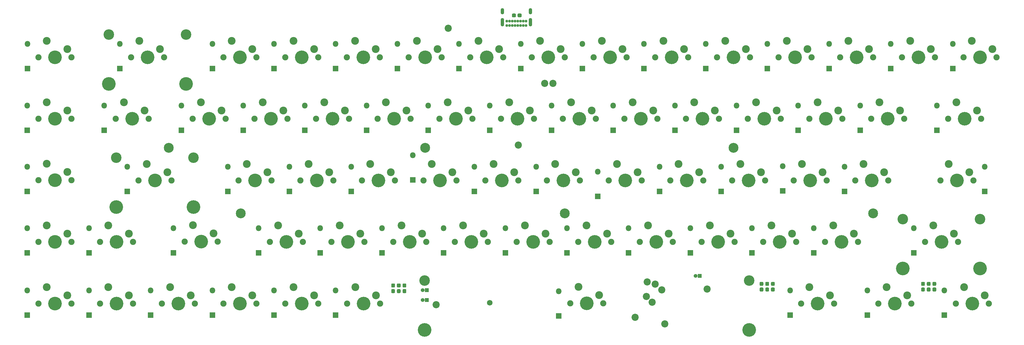
<source format=gbr>
%TF.GenerationSoftware,KiCad,Pcbnew,(5.1.6)-1*%
%TF.CreationDate,2021-05-30T09:51:36-04:00*%
%TF.ProjectId,QAZ_65,51415a5f-3635-42e6-9b69-6361645f7063,v1.1*%
%TF.SameCoordinates,Original*%
%TF.FileFunction,Soldermask,Bot*%
%TF.FilePolarity,Negative*%
%FSLAX46Y46*%
G04 Gerber Fmt 4.6, Leading zero omitted, Abs format (unit mm)*
G04 Created by KiCad (PCBNEW (5.1.6)-1) date 2021-05-30 09:51:36*
%MOMM*%
%LPD*%
G01*
G04 APERTURE LIST*
%ADD10O,1.200000X1.200000*%
%ADD11R,1.200000X1.200000*%
%ADD12C,3.044800*%
%ADD13C,2.400000*%
%ADD14C,4.200000*%
%ADD15C,1.900000*%
%ADD16C,3.250000*%
%ADD17C,0.850000*%
%ADD18O,1.100000X2.600000*%
%ADD19O,1.100000X1.900000*%
%ADD20R,1.800000X1.800000*%
%ADD21O,1.800000X1.800000*%
%ADD22C,2.200000*%
%ADD23C,1.724000*%
G04 APERTURE END LIST*
D10*
%TO.C,JP3*%
X266856000Y-166828000D03*
D11*
X268126000Y-166828000D03*
%TD*%
D10*
%TO.C,JP2*%
X182756000Y-174328000D03*
D11*
X184026000Y-174328000D03*
%TD*%
%TO.C,JP1*%
X184026000Y-171228000D03*
D10*
X182756000Y-171228000D03*
%TD*%
D12*
%TO.C,H1*%
X104476000Y-127278000D03*
%TD*%
%TO.C,H6*%
X321476000Y-147528000D03*
%TD*%
%TO.C,H5*%
X183476000Y-127278000D03*
%TD*%
%TO.C,H4*%
X278476000Y-127278000D03*
%TD*%
%TO.C,H3*%
X126726000Y-147528000D03*
%TD*%
%TO.C,H2*%
X226476000Y-147528000D03*
%TD*%
D13*
%TO.C,SW63*%
X85926000Y-151248000D03*
X92276000Y-153788000D03*
D14*
X88466000Y-156328000D03*
D15*
X93546000Y-156328000D03*
X83386000Y-156328000D03*
%TD*%
D16*
%TO.C,SW29*%
X183316000Y-168308000D03*
X283316000Y-168308000D03*
D14*
X283316000Y-183548000D03*
X183316000Y-183548000D03*
D15*
X228236000Y-175308000D03*
X238396000Y-175308000D03*
D14*
X233316000Y-175308000D03*
D13*
X237126000Y-172768000D03*
X230776000Y-170228000D03*
%TD*%
D15*
%TO.C,SW47*%
X140411000Y-175378000D03*
X150571000Y-175378000D03*
D14*
X145491000Y-175378000D03*
D13*
X149301000Y-172838000D03*
X142951000Y-170298000D03*
%TD*%
%TO.C,SW52*%
X123901000Y-170298000D03*
X130251000Y-172838000D03*
D14*
X126441000Y-175378000D03*
D15*
X131521000Y-175378000D03*
X121361000Y-175378000D03*
%TD*%
%TO.C,SW20*%
X268661000Y-156328000D03*
X278821000Y-156328000D03*
D14*
X273741000Y-156328000D03*
D13*
X277551000Y-153788000D03*
X271201000Y-151248000D03*
%TD*%
%TO.C,R15*%
G36*
G01*
X213226000Y-86140500D02*
X213226000Y-86715500D01*
G75*
G02*
X212938500Y-87003000I-287500J0D01*
G01*
X212263500Y-87003000D01*
G75*
G02*
X211976000Y-86715500I0J287500D01*
G01*
X211976000Y-86140500D01*
G75*
G02*
X212263500Y-85853000I287500J0D01*
G01*
X212938500Y-85853000D01*
G75*
G02*
X213226000Y-86140500I0J-287500D01*
G01*
G37*
G36*
G01*
X211476000Y-86140500D02*
X211476000Y-86715500D01*
G75*
G02*
X211188500Y-87003000I-287500J0D01*
G01*
X210513500Y-87003000D01*
G75*
G02*
X210226000Y-86715500I0J287500D01*
G01*
X210226000Y-86140500D01*
G75*
G02*
X210513500Y-85853000I287500J0D01*
G01*
X211188500Y-85853000D01*
G75*
G02*
X211476000Y-86140500I0J-287500D01*
G01*
G37*
%TD*%
D17*
%TO.C,CN1*%
X212901000Y-89528000D03*
X214601000Y-89528000D03*
X213751000Y-89528000D03*
X212051000Y-89528000D03*
X211201000Y-89528000D03*
X210351000Y-89528000D03*
X209501000Y-89528000D03*
X208651000Y-89528000D03*
X214601000Y-88203000D03*
X213746000Y-88203000D03*
X212896000Y-88203000D03*
X212046000Y-88203000D03*
X211196000Y-88203000D03*
X210346000Y-88203000D03*
X209496000Y-88203000D03*
X208646000Y-88203000D03*
D18*
X215951000Y-88548000D03*
X207301000Y-88548000D03*
D19*
X215951000Y-85168000D03*
X207301000Y-85168000D03*
%TD*%
D20*
%TO.C,D27*%
X250942000Y-102822000D03*
D21*
X250942000Y-95202000D03*
%TD*%
D22*
%TO.C,TP15*%
X257376000Y-181678000D03*
%TD*%
%TO.C,TP14*%
X248176000Y-179628000D03*
%TD*%
%TO.C,TP11*%
X253426000Y-174978000D03*
%TD*%
D23*
%TO.C,U3*%
X203376000Y-175178000D03*
%TD*%
D22*
%TO.C,TP10*%
X251626000Y-173228000D03*
%TD*%
%TO.C,R33*%
G36*
G01*
X336588500Y-168678000D02*
X337163500Y-168678000D01*
G75*
G02*
X337451000Y-168965500I0J-287500D01*
G01*
X337451000Y-169640500D01*
G75*
G02*
X337163500Y-169928000I-287500J0D01*
G01*
X336588500Y-169928000D01*
G75*
G02*
X336301000Y-169640500I0J287500D01*
G01*
X336301000Y-168965500D01*
G75*
G02*
X336588500Y-168678000I287500J0D01*
G01*
G37*
G36*
G01*
X336588500Y-170428000D02*
X337163500Y-170428000D01*
G75*
G02*
X337451000Y-170715500I0J-287500D01*
G01*
X337451000Y-171390500D01*
G75*
G02*
X337163500Y-171678000I-287500J0D01*
G01*
X336588500Y-171678000D01*
G75*
G02*
X336301000Y-171390500I0J287500D01*
G01*
X336301000Y-170715500D01*
G75*
G02*
X336588500Y-170428000I287500J0D01*
G01*
G37*
%TD*%
%TO.C,R32*%
G36*
G01*
X338338500Y-168678000D02*
X338913500Y-168678000D01*
G75*
G02*
X339201000Y-168965500I0J-287500D01*
G01*
X339201000Y-169640500D01*
G75*
G02*
X338913500Y-169928000I-287500J0D01*
G01*
X338338500Y-169928000D01*
G75*
G02*
X338051000Y-169640500I0J287500D01*
G01*
X338051000Y-168965500D01*
G75*
G02*
X338338500Y-168678000I287500J0D01*
G01*
G37*
G36*
G01*
X338338500Y-170428000D02*
X338913500Y-170428000D01*
G75*
G02*
X339201000Y-170715500I0J-287500D01*
G01*
X339201000Y-171390500D01*
G75*
G02*
X338913500Y-171678000I-287500J0D01*
G01*
X338338500Y-171678000D01*
G75*
G02*
X338051000Y-171390500I0J287500D01*
G01*
X338051000Y-170715500D01*
G75*
G02*
X338338500Y-170428000I287500J0D01*
G01*
G37*
%TD*%
%TO.C,R31*%
G36*
G01*
X340088500Y-168678000D02*
X340663500Y-168678000D01*
G75*
G02*
X340951000Y-168965500I0J-287500D01*
G01*
X340951000Y-169640500D01*
G75*
G02*
X340663500Y-169928000I-287500J0D01*
G01*
X340088500Y-169928000D01*
G75*
G02*
X339801000Y-169640500I0J287500D01*
G01*
X339801000Y-168965500D01*
G75*
G02*
X340088500Y-168678000I287500J0D01*
G01*
G37*
G36*
G01*
X340088500Y-170428000D02*
X340663500Y-170428000D01*
G75*
G02*
X340951000Y-170715500I0J-287500D01*
G01*
X340951000Y-171390500D01*
G75*
G02*
X340663500Y-171678000I-287500J0D01*
G01*
X340088500Y-171678000D01*
G75*
G02*
X339801000Y-171390500I0J287500D01*
G01*
X339801000Y-170715500D01*
G75*
G02*
X340088500Y-170428000I287500J0D01*
G01*
G37*
%TD*%
%TO.C,R30*%
G36*
G01*
X286838500Y-168678000D02*
X287413500Y-168678000D01*
G75*
G02*
X287701000Y-168965500I0J-287500D01*
G01*
X287701000Y-169640500D01*
G75*
G02*
X287413500Y-169928000I-287500J0D01*
G01*
X286838500Y-169928000D01*
G75*
G02*
X286551000Y-169640500I0J287500D01*
G01*
X286551000Y-168965500D01*
G75*
G02*
X286838500Y-168678000I287500J0D01*
G01*
G37*
G36*
G01*
X286838500Y-170428000D02*
X287413500Y-170428000D01*
G75*
G02*
X287701000Y-170715500I0J-287500D01*
G01*
X287701000Y-171390500D01*
G75*
G02*
X287413500Y-171678000I-287500J0D01*
G01*
X286838500Y-171678000D01*
G75*
G02*
X286551000Y-171390500I0J287500D01*
G01*
X286551000Y-170715500D01*
G75*
G02*
X286838500Y-170428000I287500J0D01*
G01*
G37*
%TD*%
%TO.C,R29*%
G36*
G01*
X288588500Y-168678000D02*
X289163500Y-168678000D01*
G75*
G02*
X289451000Y-168965500I0J-287500D01*
G01*
X289451000Y-169640500D01*
G75*
G02*
X289163500Y-169928000I-287500J0D01*
G01*
X288588500Y-169928000D01*
G75*
G02*
X288301000Y-169640500I0J287500D01*
G01*
X288301000Y-168965500D01*
G75*
G02*
X288588500Y-168678000I287500J0D01*
G01*
G37*
G36*
G01*
X288588500Y-170428000D02*
X289163500Y-170428000D01*
G75*
G02*
X289451000Y-170715500I0J-287500D01*
G01*
X289451000Y-171390500D01*
G75*
G02*
X289163500Y-171678000I-287500J0D01*
G01*
X288588500Y-171678000D01*
G75*
G02*
X288301000Y-171390500I0J287500D01*
G01*
X288301000Y-170715500D01*
G75*
G02*
X288588500Y-170428000I287500J0D01*
G01*
G37*
%TD*%
%TO.C,R28*%
G36*
G01*
X290338500Y-168678000D02*
X290913500Y-168678000D01*
G75*
G02*
X291201000Y-168965500I0J-287500D01*
G01*
X291201000Y-169640500D01*
G75*
G02*
X290913500Y-169928000I-287500J0D01*
G01*
X290338500Y-169928000D01*
G75*
G02*
X290051000Y-169640500I0J287500D01*
G01*
X290051000Y-168965500D01*
G75*
G02*
X290338500Y-168678000I287500J0D01*
G01*
G37*
G36*
G01*
X290338500Y-170428000D02*
X290913500Y-170428000D01*
G75*
G02*
X291201000Y-170715500I0J-287500D01*
G01*
X291201000Y-171390500D01*
G75*
G02*
X290913500Y-171678000I-287500J0D01*
G01*
X290338500Y-171678000D01*
G75*
G02*
X290051000Y-171390500I0J287500D01*
G01*
X290051000Y-170715500D01*
G75*
G02*
X290338500Y-170428000I287500J0D01*
G01*
G37*
%TD*%
%TO.C,R24*%
G36*
G01*
X173338500Y-169178000D02*
X173913500Y-169178000D01*
G75*
G02*
X174201000Y-169465500I0J-287500D01*
G01*
X174201000Y-170140500D01*
G75*
G02*
X173913500Y-170428000I-287500J0D01*
G01*
X173338500Y-170428000D01*
G75*
G02*
X173051000Y-170140500I0J287500D01*
G01*
X173051000Y-169465500D01*
G75*
G02*
X173338500Y-169178000I287500J0D01*
G01*
G37*
G36*
G01*
X173338500Y-170928000D02*
X173913500Y-170928000D01*
G75*
G02*
X174201000Y-171215500I0J-287500D01*
G01*
X174201000Y-171890500D01*
G75*
G02*
X173913500Y-172178000I-287500J0D01*
G01*
X173338500Y-172178000D01*
G75*
G02*
X173051000Y-171890500I0J287500D01*
G01*
X173051000Y-171215500D01*
G75*
G02*
X173338500Y-170928000I287500J0D01*
G01*
G37*
%TD*%
%TO.C,R23*%
G36*
G01*
X175088500Y-169178000D02*
X175663500Y-169178000D01*
G75*
G02*
X175951000Y-169465500I0J-287500D01*
G01*
X175951000Y-170140500D01*
G75*
G02*
X175663500Y-170428000I-287500J0D01*
G01*
X175088500Y-170428000D01*
G75*
G02*
X174801000Y-170140500I0J287500D01*
G01*
X174801000Y-169465500D01*
G75*
G02*
X175088500Y-169178000I287500J0D01*
G01*
G37*
G36*
G01*
X175088500Y-170928000D02*
X175663500Y-170928000D01*
G75*
G02*
X175951000Y-171215500I0J-287500D01*
G01*
X175951000Y-171890500D01*
G75*
G02*
X175663500Y-172178000I-287500J0D01*
G01*
X175088500Y-172178000D01*
G75*
G02*
X174801000Y-171890500I0J287500D01*
G01*
X174801000Y-171215500D01*
G75*
G02*
X175088500Y-170928000I287500J0D01*
G01*
G37*
%TD*%
%TO.C,R22*%
G36*
G01*
X176838500Y-169178000D02*
X177413500Y-169178000D01*
G75*
G02*
X177701000Y-169465500I0J-287500D01*
G01*
X177701000Y-170140500D01*
G75*
G02*
X177413500Y-170428000I-287500J0D01*
G01*
X176838500Y-170428000D01*
G75*
G02*
X176551000Y-170140500I0J287500D01*
G01*
X176551000Y-169465500D01*
G75*
G02*
X176838500Y-169178000I287500J0D01*
G01*
G37*
G36*
G01*
X176838500Y-170928000D02*
X177413500Y-170928000D01*
G75*
G02*
X177701000Y-171215500I0J-287500D01*
G01*
X177701000Y-171890500D01*
G75*
G02*
X177413500Y-172178000I-287500J0D01*
G01*
X176838500Y-172178000D01*
G75*
G02*
X176551000Y-171890500I0J287500D01*
G01*
X176551000Y-171215500D01*
G75*
G02*
X176838500Y-170928000I287500J0D01*
G01*
G37*
%TD*%
D13*
%TO.C,SW24*%
X252201000Y-151248000D03*
X258551000Y-153788000D03*
D14*
X254741000Y-156328000D03*
D15*
X259821000Y-156328000D03*
X249661000Y-156328000D03*
%TD*%
%TO.C,SW50*%
X145036000Y-137378000D03*
X155196000Y-137378000D03*
D14*
X150116000Y-137378000D03*
D13*
X153926000Y-134838000D03*
X147576000Y-132298000D03*
%TD*%
%TO.C,SW33*%
X214201000Y-151248000D03*
X220551000Y-153788000D03*
D14*
X216741000Y-156328000D03*
D15*
X221821000Y-156328000D03*
X211661000Y-156328000D03*
%TD*%
D20*
%TO.C,D4*%
X346062000Y-102822000D03*
D21*
X346062000Y-95202000D03*
%TD*%
%TO.C,D5*%
X341122000Y-114252000D03*
D20*
X341122000Y-121872000D03*
%TD*%
%TO.C,D6*%
X355876000Y-140744000D03*
D21*
X355876000Y-133124000D03*
%TD*%
D15*
%TO.C,SW2*%
X349386000Y-99328000D03*
X359546000Y-99328000D03*
D14*
X354466000Y-99328000D03*
D13*
X358276000Y-96788000D03*
X351926000Y-94248000D03*
%TD*%
D15*
%TO.C,SW3*%
X344636000Y-118328000D03*
X354796000Y-118328000D03*
D14*
X349716000Y-118328000D03*
D13*
X353526000Y-115788000D03*
X347176000Y-113248000D03*
%TD*%
D15*
%TO.C,SW4*%
X342236000Y-137378000D03*
X352396000Y-137378000D03*
D14*
X347316000Y-137378000D03*
D13*
X351126000Y-134838000D03*
X344776000Y-132298000D03*
%TD*%
D16*
%TO.C,SW5*%
X330666000Y-149353000D03*
X354466000Y-149353000D03*
D14*
X354466000Y-164593000D03*
X330666000Y-164593000D03*
D15*
X337486000Y-156353000D03*
X347646000Y-156353000D03*
D14*
X342566000Y-156353000D03*
D13*
X346376000Y-153813000D03*
X340026000Y-151273000D03*
%TD*%
%TO.C,SW6*%
X349526000Y-170323000D03*
X355876000Y-172863000D03*
D14*
X352066000Y-175403000D03*
D15*
X357146000Y-175403000D03*
X346986000Y-175403000D03*
%TD*%
D13*
%TO.C,SW7*%
X332926000Y-94248000D03*
X339276000Y-96788000D03*
D14*
X335466000Y-99328000D03*
D15*
X340546000Y-99328000D03*
X330386000Y-99328000D03*
%TD*%
%TO.C,SW11*%
X323161000Y-175403000D03*
X333321000Y-175403000D03*
D14*
X328241000Y-175403000D03*
D13*
X332051000Y-172863000D03*
X325701000Y-170323000D03*
%TD*%
D15*
%TO.C,SW12*%
X311386000Y-99328000D03*
X321546000Y-99328000D03*
D14*
X316466000Y-99328000D03*
D13*
X320276000Y-96788000D03*
X313926000Y-94248000D03*
%TD*%
%TO.C,SW16*%
X301876000Y-170323000D03*
X308226000Y-172863000D03*
D14*
X304416000Y-175403000D03*
D15*
X309496000Y-175403000D03*
X299336000Y-175403000D03*
%TD*%
%TO.C,SW17*%
X292386000Y-99328000D03*
X302546000Y-99328000D03*
D14*
X297466000Y-99328000D03*
D13*
X301276000Y-96788000D03*
X294926000Y-94248000D03*
%TD*%
%TO.C,SW30*%
X237926000Y-94248000D03*
X244276000Y-96788000D03*
D14*
X240466000Y-99328000D03*
D15*
X245546000Y-99328000D03*
X235386000Y-99328000D03*
%TD*%
D13*
%TO.C,SW56*%
X111956000Y-151208000D03*
X118306000Y-153748000D03*
D14*
X114496000Y-156288000D03*
D15*
X119576000Y-156288000D03*
X109416000Y-156288000D03*
%TD*%
%TO.C,SW57*%
X102361000Y-175378000D03*
X112521000Y-175378000D03*
D14*
X107441000Y-175378000D03*
D13*
X111251000Y-172838000D03*
X104901000Y-170298000D03*
%TD*%
%TO.C,SW60*%
X95426000Y-94248000D03*
X101776000Y-96788000D03*
D14*
X97966000Y-99328000D03*
D15*
X103046000Y-99328000D03*
X92886000Y-99328000D03*
D14*
X86066000Y-107568000D03*
X109866000Y-107568000D03*
D16*
X109866000Y-92328000D03*
X86066000Y-92328000D03*
%TD*%
D13*
%TO.C,SW61*%
X90676000Y-113248000D03*
X97026000Y-115788000D03*
D14*
X93216000Y-118328000D03*
D15*
X98296000Y-118328000D03*
X88136000Y-118328000D03*
%TD*%
D13*
%TO.C,SW62*%
X97726000Y-132288000D03*
X104076000Y-134828000D03*
D14*
X100266000Y-137368000D03*
D15*
X105346000Y-137368000D03*
X95186000Y-137368000D03*
D14*
X88366000Y-145608000D03*
X112166000Y-145608000D03*
D16*
X112166000Y-130368000D03*
X88366000Y-130368000D03*
%TD*%
D22*
%TO.C,TP13*%
X220376000Y-107428000D03*
%TD*%
D15*
%TO.C,SW37*%
X192661000Y-156328000D03*
X202821000Y-156328000D03*
D14*
X197741000Y-156328000D03*
D13*
X201551000Y-153788000D03*
X195201000Y-151248000D03*
%TD*%
D20*
%TO.C,D29*%
X236692000Y-142328000D03*
D21*
X236692000Y-134708000D03*
%TD*%
D13*
%TO.C,SW26*%
X247426000Y-113248000D03*
X253776000Y-115788000D03*
D14*
X249966000Y-118328000D03*
D15*
X255046000Y-118328000D03*
X244886000Y-118328000D03*
%TD*%
%TO.C,SW41*%
X173661000Y-156328000D03*
X183821000Y-156328000D03*
D14*
X178741000Y-156328000D03*
D13*
X182551000Y-153788000D03*
X176201000Y-151248000D03*
%TD*%
D21*
%TO.C,D31*%
X224626000Y-171558000D03*
D20*
X224626000Y-179178000D03*
%TD*%
D21*
%TO.C,D66*%
X79942000Y-171370000D03*
D20*
X79942000Y-178990000D03*
%TD*%
D13*
%TO.C,SW34*%
X218926000Y-94248000D03*
X225276000Y-96788000D03*
D14*
X221466000Y-99328000D03*
D15*
X226546000Y-99328000D03*
X216386000Y-99328000D03*
%TD*%
D20*
%TO.C,D9*%
X326942000Y-102822000D03*
D21*
X326942000Y-95202000D03*
%TD*%
D20*
%TO.C,D14*%
X307942000Y-102822000D03*
D21*
X307942000Y-95202000D03*
%TD*%
D20*
%TO.C,D19*%
X288942000Y-102822000D03*
D21*
X288942000Y-95202000D03*
%TD*%
D20*
%TO.C,D23*%
X269942000Y-102822000D03*
D21*
X269942000Y-95202000D03*
%TD*%
D20*
%TO.C,D32*%
X231942000Y-102822000D03*
D21*
X231942000Y-95202000D03*
%TD*%
D20*
%TO.C,D36*%
X212942000Y-102822000D03*
D21*
X212942000Y-95202000D03*
%TD*%
D20*
%TO.C,D40*%
X193942000Y-102822000D03*
D21*
X193942000Y-95202000D03*
%TD*%
D20*
%TO.C,D45*%
X174942000Y-102822000D03*
D21*
X174942000Y-95202000D03*
%TD*%
D20*
%TO.C,D50*%
X155942000Y-102822000D03*
D21*
X155942000Y-95202000D03*
%TD*%
%TO.C,D55*%
X136942000Y-95202000D03*
D20*
X136942000Y-102822000D03*
%TD*%
%TO.C,D60*%
X117942000Y-102822000D03*
D21*
X117942000Y-95202000D03*
%TD*%
%TO.C,D62*%
X89408000Y-95202000D03*
D20*
X89408000Y-102822000D03*
%TD*%
%TO.C,D67*%
X60960000Y-102822000D03*
D21*
X60960000Y-95202000D03*
%TD*%
D20*
%TO.C,D10*%
X317500000Y-121872000D03*
D21*
X317500000Y-114252000D03*
%TD*%
D20*
%TO.C,D15*%
X298438000Y-121872000D03*
D21*
X298438000Y-114252000D03*
%TD*%
D20*
%TO.C,D20*%
X279438000Y-121872000D03*
D21*
X279438000Y-114252000D03*
%TD*%
D20*
%TO.C,D24*%
X260438000Y-121872000D03*
D21*
X260438000Y-114252000D03*
%TD*%
D20*
%TO.C,D28*%
X241438000Y-121872000D03*
D21*
X241438000Y-114252000D03*
%TD*%
D20*
%TO.C,D33*%
X222438000Y-121872000D03*
D21*
X222438000Y-114252000D03*
%TD*%
%TO.C,D37*%
X203438000Y-114252000D03*
D20*
X203438000Y-121872000D03*
%TD*%
%TO.C,D41*%
X184438000Y-121872000D03*
D21*
X184438000Y-114252000D03*
%TD*%
D20*
%TO.C,D46*%
X165438000Y-121872000D03*
D21*
X165438000Y-114252000D03*
%TD*%
D20*
%TO.C,D51*%
X146438000Y-121872000D03*
D21*
X146438000Y-114252000D03*
%TD*%
%TO.C,D56*%
X127438000Y-114252000D03*
D20*
X127438000Y-121872000D03*
%TD*%
%TO.C,D61*%
X108438000Y-121872000D03*
D21*
X108438000Y-114252000D03*
%TD*%
D20*
%TO.C,D63*%
X84582000Y-121872000D03*
D21*
X84582000Y-114252000D03*
%TD*%
D20*
%TO.C,D68*%
X60938000Y-121872000D03*
D21*
X60938000Y-114252000D03*
%TD*%
D20*
%TO.C,D11*%
X312692000Y-140744000D03*
D21*
X312692000Y-133124000D03*
%TD*%
D20*
%TO.C,D16*%
X293626000Y-140628000D03*
D21*
X293626000Y-133008000D03*
%TD*%
%TO.C,D21*%
X274692000Y-133124000D03*
D20*
X274692000Y-140744000D03*
%TD*%
%TO.C,D25*%
X255692000Y-140744000D03*
D21*
X255692000Y-133124000D03*
%TD*%
%TO.C,D34*%
X217692000Y-133124000D03*
D20*
X217692000Y-140744000D03*
%TD*%
%TO.C,D38*%
X198692000Y-140744000D03*
D21*
X198692000Y-133124000D03*
%TD*%
%TO.C,D42*%
X179692000Y-129628000D03*
D20*
X179692000Y-137248000D03*
%TD*%
%TO.C,D47*%
X160692000Y-140744000D03*
D21*
X160692000Y-133124000D03*
%TD*%
%TO.C,D52*%
X141692000Y-133124000D03*
D20*
X141692000Y-140744000D03*
%TD*%
%TO.C,D57*%
X122692000Y-140744000D03*
D21*
X122692000Y-133124000D03*
%TD*%
D20*
%TO.C,D64*%
X91694000Y-140744000D03*
D21*
X91694000Y-133124000D03*
%TD*%
%TO.C,D69*%
X60942000Y-133124000D03*
D20*
X60942000Y-140744000D03*
%TD*%
D21*
%TO.C,D7*%
X334010000Y-152098000D03*
D20*
X334010000Y-159718000D03*
%TD*%
D21*
%TO.C,D12*%
X303192000Y-152098000D03*
D20*
X303192000Y-159718000D03*
%TD*%
%TO.C,D17*%
X284192000Y-159718000D03*
D21*
X284192000Y-152098000D03*
%TD*%
%TO.C,D22*%
X265192000Y-152098000D03*
D20*
X265192000Y-159718000D03*
%TD*%
D21*
%TO.C,D26*%
X246192000Y-152098000D03*
D20*
X246192000Y-159718000D03*
%TD*%
%TO.C,D30*%
X227192000Y-159718000D03*
D21*
X227192000Y-152098000D03*
%TD*%
%TO.C,D35*%
X208192000Y-152098000D03*
D20*
X208192000Y-159718000D03*
%TD*%
D21*
%TO.C,D39*%
X189192000Y-152098000D03*
D20*
X189192000Y-159718000D03*
%TD*%
D21*
%TO.C,D43*%
X170192000Y-152098000D03*
D20*
X170192000Y-159718000D03*
%TD*%
D21*
%TO.C,D48*%
X151192000Y-152098000D03*
D20*
X151192000Y-159718000D03*
%TD*%
%TO.C,D53*%
X132192000Y-159718000D03*
D21*
X132192000Y-152098000D03*
%TD*%
D20*
%TO.C,D58*%
X105918000Y-159718000D03*
D21*
X105918000Y-152098000D03*
%TD*%
%TO.C,D65*%
X79942000Y-152098000D03*
D20*
X79942000Y-159718000D03*
%TD*%
%TO.C,D70*%
X60942000Y-159718000D03*
D21*
X60942000Y-152098000D03*
%TD*%
%TO.C,D8*%
X343478000Y-171370000D03*
D20*
X343478000Y-178990000D03*
%TD*%
D21*
%TO.C,D13*%
X319728000Y-171370000D03*
D20*
X319728000Y-178990000D03*
%TD*%
D21*
%TO.C,D18*%
X295978000Y-171370000D03*
D20*
X295978000Y-178990000D03*
%TD*%
D21*
%TO.C,D44*%
X155942000Y-171370000D03*
D20*
X155942000Y-178990000D03*
%TD*%
D21*
%TO.C,D49*%
X136942000Y-171370000D03*
D20*
X136942000Y-178990000D03*
%TD*%
D21*
%TO.C,D54*%
X117942000Y-171370000D03*
D20*
X117942000Y-178990000D03*
%TD*%
%TO.C,D59*%
X98942000Y-178990000D03*
D21*
X98942000Y-171370000D03*
%TD*%
%TO.C,D71*%
X60942000Y-171370000D03*
D20*
X60942000Y-178990000D03*
%TD*%
D15*
%TO.C,SW21*%
X273386000Y-99328000D03*
X283546000Y-99328000D03*
D14*
X278466000Y-99328000D03*
D13*
X282276000Y-96788000D03*
X275926000Y-94248000D03*
%TD*%
%TO.C,SW25*%
X256926000Y-94248000D03*
X263276000Y-96788000D03*
D14*
X259466000Y-99328000D03*
D15*
X264546000Y-99328000D03*
X254386000Y-99328000D03*
%TD*%
%TO.C,SW38*%
X197386000Y-99328000D03*
X207546000Y-99328000D03*
D14*
X202466000Y-99328000D03*
D13*
X206276000Y-96788000D03*
X199926000Y-94248000D03*
%TD*%
%TO.C,SW43*%
X180926000Y-94248000D03*
X187276000Y-96788000D03*
D14*
X183466000Y-99328000D03*
D15*
X188546000Y-99328000D03*
X178386000Y-99328000D03*
%TD*%
D13*
%TO.C,SW48*%
X161926000Y-94248000D03*
X168276000Y-96788000D03*
D14*
X164466000Y-99328000D03*
D15*
X169546000Y-99328000D03*
X159386000Y-99328000D03*
%TD*%
%TO.C,SW53*%
X140386000Y-99328000D03*
X150546000Y-99328000D03*
D14*
X145466000Y-99328000D03*
D13*
X149276000Y-96788000D03*
X142926000Y-94248000D03*
%TD*%
D15*
%TO.C,SW58*%
X121386000Y-99328000D03*
X131546000Y-99328000D03*
D14*
X126466000Y-99328000D03*
D13*
X130276000Y-96788000D03*
X123926000Y-94248000D03*
%TD*%
D15*
%TO.C,SW65*%
X64386000Y-99328000D03*
X74546000Y-99328000D03*
D14*
X69466000Y-99328000D03*
D13*
X73276000Y-96788000D03*
X66926000Y-94248000D03*
%TD*%
D15*
%TO.C,SW8*%
X320886000Y-118328000D03*
X331046000Y-118328000D03*
D14*
X325966000Y-118328000D03*
D13*
X329776000Y-115788000D03*
X323426000Y-113248000D03*
%TD*%
D15*
%TO.C,SW13*%
X301886000Y-118328000D03*
X312046000Y-118328000D03*
D14*
X306966000Y-118328000D03*
D13*
X310776000Y-115788000D03*
X304426000Y-113248000D03*
%TD*%
D15*
%TO.C,SW18*%
X282886000Y-118328000D03*
X293046000Y-118328000D03*
D14*
X287966000Y-118328000D03*
D13*
X291776000Y-115788000D03*
X285426000Y-113248000D03*
%TD*%
D15*
%TO.C,SW22*%
X263886000Y-118328000D03*
X274046000Y-118328000D03*
D14*
X268966000Y-118328000D03*
D13*
X272776000Y-115788000D03*
X266426000Y-113248000D03*
%TD*%
%TO.C,SW31*%
X228426000Y-113248000D03*
X234776000Y-115788000D03*
D14*
X230966000Y-118328000D03*
D15*
X236046000Y-118328000D03*
X225886000Y-118328000D03*
%TD*%
%TO.C,SW35*%
X206886000Y-118328000D03*
X217046000Y-118328000D03*
D14*
X211966000Y-118328000D03*
D13*
X215776000Y-115788000D03*
X209426000Y-113248000D03*
%TD*%
%TO.C,SW39*%
X190426000Y-113248000D03*
X196776000Y-115788000D03*
D14*
X192966000Y-118328000D03*
D15*
X198046000Y-118328000D03*
X187886000Y-118328000D03*
%TD*%
%TO.C,SW44*%
X168886000Y-118328000D03*
X179046000Y-118328000D03*
D14*
X173966000Y-118328000D03*
D13*
X177776000Y-115788000D03*
X171426000Y-113248000D03*
%TD*%
%TO.C,SW49*%
X152426000Y-113248000D03*
X158776000Y-115788000D03*
D14*
X154966000Y-118328000D03*
D15*
X160046000Y-118328000D03*
X149886000Y-118328000D03*
%TD*%
D13*
%TO.C,SW54*%
X133426000Y-113248000D03*
X139776000Y-115788000D03*
D14*
X135966000Y-118328000D03*
D15*
X141046000Y-118328000D03*
X130886000Y-118328000D03*
%TD*%
D13*
%TO.C,SW59*%
X114426000Y-113248000D03*
X120776000Y-115788000D03*
D14*
X116966000Y-118328000D03*
D15*
X122046000Y-118328000D03*
X111886000Y-118328000D03*
%TD*%
%TO.C,SW66*%
X64386000Y-118328000D03*
X74546000Y-118328000D03*
D14*
X69466000Y-118328000D03*
D13*
X73276000Y-115788000D03*
X66926000Y-113248000D03*
%TD*%
D15*
%TO.C,SW9*%
X316036000Y-137378000D03*
X326196000Y-137378000D03*
D14*
X321116000Y-137378000D03*
D13*
X324926000Y-134838000D03*
X318576000Y-132298000D03*
%TD*%
D15*
%TO.C,SW14*%
X297036000Y-137378000D03*
X307196000Y-137378000D03*
D14*
X302116000Y-137378000D03*
D13*
X305926000Y-134838000D03*
X299576000Y-132298000D03*
%TD*%
D15*
%TO.C,SW19*%
X278036000Y-137378000D03*
X288196000Y-137378000D03*
D14*
X283116000Y-137378000D03*
D13*
X286926000Y-134838000D03*
X280576000Y-132298000D03*
%TD*%
D15*
%TO.C,SW23*%
X259036000Y-137378000D03*
X269196000Y-137378000D03*
D14*
X264116000Y-137378000D03*
D13*
X267926000Y-134838000D03*
X261576000Y-132298000D03*
%TD*%
%TO.C,SW27*%
X242576000Y-132298000D03*
X248926000Y-134838000D03*
D14*
X245116000Y-137378000D03*
D15*
X250196000Y-137378000D03*
X240036000Y-137378000D03*
%TD*%
D13*
%TO.C,SW32*%
X223576000Y-132298000D03*
X229926000Y-134838000D03*
D14*
X226116000Y-137378000D03*
D15*
X231196000Y-137378000D03*
X221036000Y-137378000D03*
%TD*%
D13*
%TO.C,SW36*%
X204576000Y-132298000D03*
X210926000Y-134838000D03*
D14*
X207116000Y-137378000D03*
D15*
X212196000Y-137378000D03*
X202036000Y-137378000D03*
%TD*%
D13*
%TO.C,SW40*%
X185576000Y-132298000D03*
X191926000Y-134838000D03*
D14*
X188116000Y-137378000D03*
D15*
X193196000Y-137378000D03*
X183036000Y-137378000D03*
%TD*%
D13*
%TO.C,SW45*%
X166576000Y-132298000D03*
X172926000Y-134838000D03*
D14*
X169116000Y-137378000D03*
D15*
X174196000Y-137378000D03*
X164036000Y-137378000D03*
%TD*%
D13*
%TO.C,SW55*%
X128576000Y-132298000D03*
X134926000Y-134838000D03*
D14*
X131116000Y-137378000D03*
D15*
X136196000Y-137378000D03*
X126036000Y-137378000D03*
%TD*%
%TO.C,SW67*%
X64386000Y-137328000D03*
X74546000Y-137328000D03*
D14*
X69466000Y-137328000D03*
D13*
X73276000Y-134788000D03*
X66926000Y-132248000D03*
%TD*%
%TO.C,SW10*%
X309201000Y-151248000D03*
X315551000Y-153788000D03*
D14*
X311741000Y-156328000D03*
D15*
X316821000Y-156328000D03*
X306661000Y-156328000D03*
%TD*%
D13*
%TO.C,SW15*%
X290201000Y-151248000D03*
X296551000Y-153788000D03*
D14*
X292741000Y-156328000D03*
D15*
X297821000Y-156328000D03*
X287661000Y-156328000D03*
%TD*%
D13*
%TO.C,SW28*%
X233201000Y-151248000D03*
X239551000Y-153788000D03*
D14*
X235741000Y-156328000D03*
D15*
X240821000Y-156328000D03*
X230661000Y-156328000D03*
%TD*%
D13*
%TO.C,SW46*%
X157201000Y-151248000D03*
X163551000Y-153788000D03*
D14*
X159741000Y-156328000D03*
D15*
X164821000Y-156328000D03*
X154661000Y-156328000D03*
%TD*%
D13*
%TO.C,SW51*%
X138201000Y-151248000D03*
X144551000Y-153788000D03*
D14*
X140741000Y-156328000D03*
D15*
X145821000Y-156328000D03*
X135661000Y-156328000D03*
%TD*%
D13*
%TO.C,SW68*%
X66926000Y-151248000D03*
X73276000Y-153788000D03*
D14*
X69466000Y-156328000D03*
D15*
X74546000Y-156328000D03*
X64386000Y-156328000D03*
%TD*%
D13*
%TO.C,SW42*%
X162001000Y-170298000D03*
X168351000Y-172838000D03*
D14*
X164541000Y-175378000D03*
D15*
X169621000Y-175378000D03*
X159461000Y-175378000D03*
%TD*%
%TO.C,SW64*%
X83361000Y-175378000D03*
X93521000Y-175378000D03*
D14*
X88441000Y-175378000D03*
D13*
X92251000Y-172838000D03*
X85901000Y-170298000D03*
%TD*%
D15*
%TO.C,SW69*%
X64361000Y-175378000D03*
X74521000Y-175378000D03*
D14*
X69441000Y-175378000D03*
D13*
X73251000Y-172838000D03*
X66901000Y-170298000D03*
%TD*%
D22*
%TO.C,TP5*%
X212226000Y-126478000D03*
%TD*%
%TO.C,TP6*%
X270376000Y-170928000D03*
%TD*%
%TO.C,TP7*%
X254376000Y-169428000D03*
%TD*%
%TO.C,TP8*%
X251876000Y-168678000D03*
%TD*%
%TO.C,TP9*%
X256376000Y-171178000D03*
%TD*%
%TO.C,TP12*%
X222876000Y-107428000D03*
%TD*%
%TO.C,TP1*%
X190626000Y-90428000D03*
%TD*%
%TO.C,TP4*%
X186926000Y-175778000D03*
%TD*%
M02*

</source>
